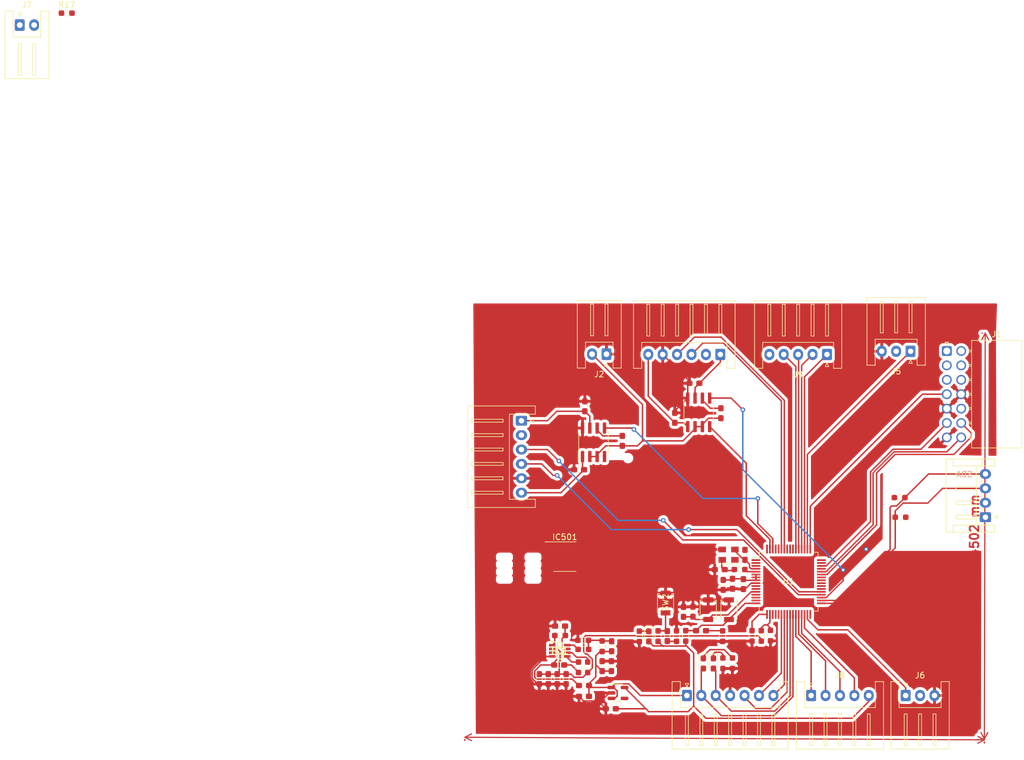
<source format=kicad_pcb>
(kicad_pcb (version 20221018) (generator pcbnew)
  (layers (0 "F.Cu" signal) (1 "In1.Cu" power) (2 "In2.Cu" signal) (31 "B.Cu" signal) (34 "B.Paste" user) (35 "F.Paste" user) (36 "B.SilkS" user "B.Silkscreen") (37 "F.SilkS" user "F.Silkscreen") (38 "B.Mask" user) (39 "F.Mask" user) (44 "Edge.Cuts" user))
  (net 0 "")
  (net 1 "GND")
  (net 2 "/STM32/Quartz 1")
  (net 3 "Net-(C2-Pad2)")
  (net 4 "NRST")
  (net 5 "+3.3V")
  (net 6 "Demarrage")
  (net 7 "Net-(C10-Pad2)")
  (net 8 "7.2V")
  (net 9 "Net-(C14-Pad1)")
  (net 10 "+5V")
  (net 11 "U1OUT1")
  (net 12 "U1OUT2")
  (net 13 "U2OUT1")
  (net 14 "U2OUT2")
  (net 15 "User")
  (net 16 "Net-(C26-Pad2)")
  (net 17 "Rx UART LID")
  (net 18 "Tx UART LID")
  (net 19 "SCL ACC")
  (net 20 "SDA ACC")
  (net 21 "SWDIO")
  (net 22 "SWCLK")
  (net 23 "UART2_RX")
  (net 24 "UART2_TX")
  (net 27 "M_SCTR")
  (net 28 "DEV_EN")
  (net 29 "M_EN")
  (net 30 "OUT_IR1")
  (net 31 "OUT_IR2")
  (net 32 "Buzzer_In")
  (net 33 "OUT_Contact4")
  (net 34 "OUT_Contact3")
  (net 35 "OUT_Contact2")
  (net 36 "OUT_Contact1")
  (net 37 "OUT_Contact8")
  (net 38 "OUT_Contact7")
  (net 39 "OUT_Contact6")
  (net 40 "OUT_Contact5")
  (net 41 "ENCODER1")
  (net 42 "ENCODER2")
  (net 43 "ENCODER3")
  (net 44 "ENCODER4")
  (net 45 "ADC1")
  (net 46 "ADC2")
  (net 47 "PWM4")
  (net 49 "PWM1")
  (net 50 "PWM2")
  (net 59 "PWM3")
  (net 70 "unconnected-(U1-PC11-Pad1)")
  (net 75 "Lidar_M_SCTR")
  (net 76 "Lidar_Mot_EN")
  (net 77 "/STM32/Quartz 2")
  (net 79 "/Moteur/Vref Driver")
  (net 80 "Net-(IC1-VCC)")
  (net 81 "Net-(IC1-SW)")
  (net 82 "Net-(C17-Pad1)")
  (net 84 "Net-(D1-K)")
  (net 85 "Net-(D2-K)")
  (net 86 "Net-(D3-K)")
  (net 87 "Net-(IC1-PG)")
  (net 88 "Net-(IC1-BST)")
  (net 89 "Net-(IC1-EN{slash}SYNC)")
  (net 90 "Net-(IC1-FB)")
  (net 91 "Net-(J7-Pin_1)")
  (footprint "Resistor_SMD:R_0603_1608Metric_Pad0.98x0.95mm_HandSolder" (layer "F.Cu") (at 100.75 111.2)
    (fp_text reference "R8" hide)
    (fp_text value "16k" hide)
  )
  (footprint "Resistor_SMD:R_0603_1608Metric_Pad0.98x0.95mm_HandSolder" (layer "F.Cu") (at 155.75 88.25)
    (fp_text reference "R13" hide)
    (fp_text value "1000" hide)
  )
  (footprint "Capacitor_SMD:C_0603_1608Metric_Pad1.08x0.95mm_HandSolder" (layer "F.Cu") (at 125 100 90)
    (fp_text reference "C6" hide)
    (fp_text value "4,7 µF" hide)
  )
  (footprint "Resistor_SMD:R_0603_1608Metric_Pad0.98x0.95mm_HandSolder" (layer "F.Cu") (at 155.6 84.85 180)
    (fp_text reference "R14" hide)
    (fp_text value "1000" hide)
  )
  (footprint "Capacitor_SMD:C_0603_1608Metric_Pad1.08x0.95mm_HandSolder" (layer "F.Cu") (at 105.5 121.5 180)
    (fp_text reference "C19" hide)
    (fp_text value "1uF/10V" hide)
  )
  (footprint "Capacitor_SMD:C_0603_1608Metric_Pad1.08x0.95mm_HandSolder" (layer "F.Cu") (at 120 65 180)
    (fp_text reference "C22" hide)
    (fp_text value "1µf" hide)
  )
  (footprint "Package_TO_SOT_SMD:SOT-23-5" (layer "F.Cu") (at 106.75 118.75)
    (fp_text reference "U2" hide)
    (fp_text value "MIC5317-3.3xM5" hide)
  )
  (footprint "Resistor_SMD:R_0603_1608Metric_Pad0.98x0.95mm_HandSolder" (layer "F.Cu") (at 100.7 109.6125 180)
    (fp_text reference "R9" hide)
    (fp_text value "7.68k" hide)
  )
  (footprint "Connector_JST:JST_XH_S2B-XH-A_1x02_P2.50mm_Horizontal" (layer "F.Cu") (at 104.75 59.95 180)
    (fp_text reference "J2")
    (fp_text value "Conn_01x02")
  )
  (footprint "Capacitor_SMD:C_0603_1608Metric_Pad1.08x0.95mm_HandSolder" (layer "F.Cu") (at 121.15 107.95)
    (fp_text reference "C10" hide)
    (fp_text value "100nF" hide)
  )
  (footprint "Connector_JST:JST_EH_S4B-EH_1x04_P2.50mm_Horizontal" (layer "F.Cu") (at 170.4825 88.25 90)
    (fp_text reference "J4" hide)
    (fp_text value "Conn_01x04")
  )
  (footprint "Connector_Molex:Molex_Nano-Fit_105314-xx14_2x07_P2.50mm_Horizontal" (layer "F.Cu") (at 163.785 59.4)
    (fp_text reference "J1")
    (fp_text value "Conn_02x07_Odd_Even" hide)
  )
  (footprint "Button_Switch_SMD:SW_SPST_B3U-1000P" (layer "F.Cu") (at 122.4 104.3 90)
    (fp_text reference "SW3" hide)
    (fp_text value "SW_Omron_B3FS" hide)
  )
  (footprint "Capacitor_SMD:C_0603_1608Metric_Pad1.08x0.95mm_HandSolder" (layer "F.Cu") (at 124.6 70.2 90)
    (fp_text reference "C27" hide)
    (fp_text value "100n" hide)
  )
  (footprint "Capacitor_SMD:C_0603_1608Metric_Pad1.08x0.95mm_HandSolder" (layer "F.Cu") (at 93.1 116.35 90)
    (fp_text reference "C23" hide)
    (fp_text value "1µf" hide)
  )
  (footprint "Capacitor_SMD:C_0603_1608Metric_Pad1.08x0.95mm_HandSolder" (layer "F.Cu") (at 96.2 116.35 -90)
    (fp_text reference "C11" hide)
    (fp_text value "22uF" hide)
  )
  (footprint "Capacitor_SMD:C_0603_1608Metric_Pad1.08x0.95mm_HandSolder" (layer "F.Cu") (at 101 69 90)
    (fp_text reference "C25" hide)
    (fp_text value "1µf" hide)
  )
  (footprint "Resistor_SMD:R_0603_1608Metric_Pad0.98x0.95mm_HandSolder" (layer "F.Cu") (at 104 110.65 -90)
    (fp_text reference "R10" hide)
    (fp_text value "40.2k" hide)
  )
  (footprint "LED_SMD:LED_0603_1608Metric_Pad1.05x0.95mm_HandSolder" (layer "F.Cu") (at 123.3 113.63125 -90)
    (fp_text reference "D2" hide)
    (fp_text value "LED_Small" hide)
  )
  (footprint "Resistor_SMD:R_0603_1608Metric_Pad0.98x0.95mm_HandSolder" (layer "F.Cu") (at 99.9 114.3 90)
    (fp_text reference "R7" hide)
    (fp_text value "20" hide)
  )
  (footprint "Resistor_SMD:R_0603_1608Metric_Pad0.98x0.95mm_HandSolder" (layer "F.Cu") (at 118.5 108.85 90)
    (fp_text reference "R4" hide)
    (fp_text value "4.7K" hide)
  )
  (footprint "Resistor_SMD:R_0603_1608Metric_Pad0.98x0.95mm_HandSolder" (layer "F.Cu") (at 124.95 113.6 -90)
    (fp_text reference "R11" hide)
    (fp_text value "1000" hide)
  )
  (footprint "Connector_JST:JST_XH_S7B-XH-A_1x07_P2.50mm_Horizontal" (layer "F.Cu") (at 118.7 119.2)
    (fp_text reference "J12" hide)
    (fp_text value "Conn_01x07")
  )
  (footprint "Resistor_SMD:R_0603_1608Metric_Pad0.98x0.95mm_HandSolder" (layer "F.Cu") (at 130 108.85 -90)
    (fp_text reference "R15" hide)
    (fp_text value "0.5" hide)
  )
  (footprint "Capacitor_SMD:C_0603_1608Metric_Pad1.08x0.95mm_HandSolder" (layer "F.Cu") (at 126.6 99.8 90)
    (fp_text reference "C5" hide)
    (fp_text value "100 nF" hide)
  )
  (footprint "Resistor_SMD:R_0603_1608Metric_Pad0.98x0.95mm_HandSolder" (layer "F.Cu") (at 127.84 97.33 180)
    (fp_text reference "R1" hide)
    (fp_text value "10R" hide)
  )
  (footprint "Connector_JST:JST_XH_S5B-XH-A_1x05_P2.50mm_Horizontal" (layer "F.Cu") (at 143 60 180)
    (fp_text reference "J9")
    (fp_text value "Conn_01x05")
  )
  (footprint "Capacitor_SMD:C_0603_1608Metric_Pad1.08x0.95mm_HandSolder" (layer "F.Cu") (at 128.77 94.78 -90)
    (fp_text reference "C1" hide)
    (fp_text value "10pF" hide)
  )
  (footprint "Resistor_SMD:R_0603_1608Metric_Pad0.98x0.95mm_HandSolder" (layer "F.Cu") (at 110.45 108.9375 -90)
    (fp_text reference "R2" hide)
    (fp_text value "1k" hide)
  )
  (footprint "Resistor_SMD:R_0603_1608Metric_Pad0.98x0.95mm_HandSolder" (layer "F.Cu") (at 96.7 108.7875 180)
    (fp_text reference "R6" hide)
    (fp_text value "100k" hide)
  )
  (footprint "Capacitor_SMD:C_0603_1608Metric_Pad1.08x0.95mm_HandSolder" (layer "F.Cu") (at 105.65 110.65 -90)
    (fp_text reference "C17" hide)
    (fp_text value "15pF" hide)
  )
  (footprint "Button_Switch_SMD:SW_SPST_B3U-1000P" (layer "F.Cu") (at 115 103.15 -90)
    (fp_text reference "SW2")
    (fp_text value "SW_Omron_B3FS" hide)
  )
  (footprint "Connector_JST:JST_XH_S6B-XH-A_1x06_P2.50mm_Horizontal" (layer "F.Cu") (at 90 71.5 -90)
    (fp_text reference "J11" hide)
    (fp_text value "Conn_01x06")
  )
  (footprint "Resistor_SMD:R_0603_1608Metric_Pad0.98x0.95mm_HandSolder" (layer "F.Cu") (at 133.2 108.8 -90)
    (fp_text reference "R20" hide)
    (fp_text value "0.5" hide)
  )
  (footprint "Capacitor_SMD:C_0603_1608Metric_Pad1.08x0.95mm_HandSolder" (layer "F.Cu") (at 96.55 113.9 180)
    (fp_text reference "C14" hide)
    (fp_text value "0.1uF" hide)
  )
  (footprint "LED_SMD:LED_0603_1608Metric_Pad1.05x0.95mm_HandSolder" (layer "F.Cu") (at 121.55 113.6375 -90)
    (fp_text reference "D3" hide)
    (fp_text value "LED_Small" hide)
  )
  (footprint "Resistor_SMD:R_0603_1608Metric_Pad0.98x0.95mm_HandSolder" (layer "F.Cu") (at 113.7 108.8875 90)
    (fp_text reference "R19" hide)
    (fp_text value "4.7K" hide)
  )
  (footprint "Capacitor_SMD:C_0603_1608Metric_Pad1.08x0.95mm_HandSolder" (layer "F.Cu") (at 119.75 104.65 -90)
    (fp_text reference "C3" hide)
    (fp_text value "1 µF" hide)
  )
  (footprint "Capacitor_SMD:C_0603_1608Metric_Pad1.08x0.95mm_HandSolder" (layer "F.Cu") (at 128.5 99.8625 90)
    (fp_text reference "C4" hide)
    (fp_text value "100 nF" hide)
  )
  (footprint "Connector_JST:JST_XH_S5B-XH-A_1x05_P2.50mm_Horizontal" (layer "F.Cu") (at 140.25 119.2)
    (fp_text reference "J8")
    (fp_text value "Conn_01x05")
  )
  (footprint "Resistor_SMD:R_0603_1608Metric_Pad0.98x0.95mm_HandSolder" (layer "F.Cu") (at 126.6 113.6 -90)
    (fp_text reference "R12" hide)
    (fp_text value "1000" hide)
  )
  (footprint "Capacitor_SMD:C_0603_1608Metric_Pad1.08x0.95mm_HandSolder" (layer "F.Cu") (at 100.85 119.35 180)
    (fp_text reference "C18" hide)
    (fp_text value "1uF/10V" hide)
  )
  (footprint "Capacitor_SMD:C_0603_1608Metric_Pad1.08x0.95mm_HandSolder" (layer "F.Cu") (at 100 80)
    (fp_text reference "C24" hide)
    (fp_text value "1µf" hide)
  )
  (footprint "Capacitor_SMD:C_0603_1608Metric_Pad1.08x0.95mm_HandSolder" (layer "F.Cu") (at 94.65 116.35 90)
    (fp_text reference "C20" hide)
    (fp_text value "1µf" hide)
  )
  (footprint "Package_SO:SOIC-8_3.9x4.9mm_P1.27mm" (layer "F.Cu") (at 102.5 75.25 90)
    (fp_text reference "U4" hide)
    (fp_text value "ZXBM5210-S" hide)
  )
  (footprint "Crystal:Crystal_SMD_EuroQuartz_MT-4Pin_3.2x2.5mm" (layer "F.Cu") (at 125.93 94.75)
    (fp_text reference "Y1" hide)
    (fp_text value "16MHz" hide)
  )
  (footprint "Capacitor_SMD:C_0603_1608Metric_Pad1.08x0.95mm_HandSolder" (layer "F.Cu") (at 105.6 114.1 90)
    (fp_text reference "C16" hide)
    (fp_text value "22uF" hide)
  )
  (footprint "Connector_JST:JST_XH_S3B-XH-A_1x03_P2.50mm_Horizontal" (layer "F.Cu") (at 156.65 119.2)
    (fp_text reference "J6")
    (fp_text value "Conn_01x03")
  )
  (footprint "Package_SO:SOIC-8_3.9x4.9mm_P1.27mm" (layer "F.Cu") (at 97.525 95.095)
    (fp_text reference "IC501")
    (fp_text value "ACS711KLCTR-12AB-T")
  )
  (footprint "Capacitor_SMD:C_0603_1608Metric_Pad1.08x0.95mm_HandSolder" (layer "F.Cu") (at 116.6 71 -90)
    (fp_text reference "C21" hide)
    (fp_text value "1µf" hide)
  )
  (footprint "Resistor_SMD:R_0603_1608Metric_Pad0.98x0.95mm_HandSolder" (layer "F.Cu") (at 124.9 108.9 -90)
    (fp_text reference "R3" hide)
    (fp_text value "100" hide)
  )
  (footprint "Capacitor_SMD:C_0603_1608Metric_Pad1.08x0.95mm_HandSolder" (layer "F.Cu") (at 118.11 104.68 -90)
    (fp_text reference "C9" hide)
    (fp_text value "100nF" hide)
  )
  (footprint "Capacitor_SMD:C_0603_1608Metric_Pad1.08x0.95mm_HandSolder" (layer "F.Cu") (at 115.3 108.8875 -90)
    (fp_text reference "C26" hide)
    (fp_text value "100nF" hide)
  )
  (footprint "LED_SMD:LED_0603_1608Metric_Pad1.05x0.95mm_HandSolder" (layer "F.Cu") (at 112.1 108.9375 -90)
    (fp_text reference "D1" hide)
    (fp_text value "GREEN" hide)
  )
  (footprint "Capacitor_SMD:C_0603_1608Metric_Pad1.08x0.95mm_HandSolder" (layer "F.Cu") (at 96.7 107.15 180)
    (fp_text reference "C13" hide)
    (fp_text value "0.1uF" hide)
  )
  (footprint "Connector_JST:JST_XH_S2B-XH-A_1x02_P2.50mm_Horizontal" (layer "F.Cu") (at 2.975 2.825)
    (fp_text reference "J7")
    (fp_text value "Conn_01x02")
  )
  (footprint "Capacitor_SMD:C_0603_1608Metric_Pad1.08x0.95mm_HandSolder" (layer "F.Cu") (at 104 114.1 90)
    (fp_text reference "C15" hide)
    (fp_text value "22uF" hide)
  )
  (footprint "Capacitor_SMD:C_0603_1608Metric_Pad1.08x0.95mm_HandSolder" (layer "F.Cu") (at 107.5 75 90)
    (fp_text reference "C28" hide)
    (fp_text value "100n" hide)
  )
  (footprint "Resistor_SMD:R_0603_1608Metric_Pad0.98x0.95mm_HandSolder" (layer "F.Cu") (at 116.9 108.8875 90)
    (fp_text reference "R18" hide)
    (fp_text value "100" hide)
  )
  (footprint "Resistor_SMD:R_0603_1608Metric_Pad0.98x0.95mm_HandSolder" (layer "F.Cu") (at 131.6 108.85 90)
    (fp_text reference "R16" hide)
    (fp_text value "0.5" hide)
  )
  (footprint "Connector_JST:JST_XH_S3B-XH-A_1x03_P2.50mm_Horizontal" (layer "F.Cu") (at 157.5 59.45 180)
    (fp_text reference "J5")
    (fp_text value "Conn_01x03")
  )
  (footprint "Resistor_SMD:R_0603_1608Metric_Pad0.98x0.95mm_HandSolder" (layer "F.Cu") (at 11.125 0.755)
    (fp_text reference "R17")
    (fp_text value "100")
  )
  (footprint "Inductor_SMD:L_0603_1608Metric_Pad1.05x0.95mm_HandSolder" (layer "F.Cu") (at 100.85 117.4625)
    (fp_text reference "L2" hide)
    (fp_text value "4.7uH" hide)
  )
  (footprint "Package_SO:SOIC-8_3.9x4.9mm_P1.27mm" (layer "F.Cu") (at 120.75 70.05 90)
    (fp_text reference "U3" hide)
    (fp_text value "ZXBM5210-S" hide)
  )
  (footprint "Capacitor_SMD:C_0603_1608Metric_Pad1.08x0.95mm_HandSolder" (layer "F.Cu") (at 124.4 97.34)
    (fp_text reference "C2" hide)
    (fp_text value "10pF" hide)
  )
  (footprint "KiCad:SOT65P280X100-8N" (layer "F.Cu") (at 96.65 111.4375)
    (fp_text reference "IC1")
    (fp_text value "MP1475" hide)
  )
  (footprint "Connector_JST:JST_XH_S6B-XH-A_1x06_P2.50mm_Horizontal" (layer "F.Cu") (at 124.5 60 180)
    (fp_text reference "J10" hide)
    (fp_text value "Conn_01x06")
  )
  (footprint "Capacitor_SMD:C_0603_1608Metric_Pad1.08x0.95mm_HandSolder" (layer "F.Cu") (at 97.75 116.35 -90)
    (fp_text reference "C12" hide)
    (fp_text value "22uF" hide)
  )
  (footprint "Package_QFP:LQFP-64_10x10mm_P0.5mm" (layer "F.Cu") (at 136.35 99.45)
    (fp_text reference "U1")
    (fp_text value "STM32G070RBTx" hide)
  )
  (footprint "Resistor_SMD:R_0603_1608Metric_Pad0.98x0.95mm_HandSolder" (layer "F.Cu") (at 101.5 114.3 90)
    (fp_text reference "R5" hide)
    (fp_text value "1OOk" hide)
  )
  (footprint "Button_Switch_SMD:SW_SPST_B3U-1000P" (layer "F.Cu") (at 126 104.3 -90)
    (fp_text reference "SW1" hide)
    (fp_text value "SW_DIP_x01" hide)
  )
  (gr_text "SDA" (at 168.35 81.4) (layer "B.SilkS") (effects (font (size 1 1)) (justify left bottom mirror)))
  (dimension (type aligned) (layer "F.Cu") (pts (xy 170.3 126.75) (xy 170.45 56.3)) (height 0) (gr_text "2,7736 in" (at 168.575004 91.521168 89.87800775) (layer "F.Cu") (effects (font (size 1.5 1.5) (thickness 0.3)))) (format (prefix "") (suffix "") (units 3) (units_format 1) (precision 4)) (style (thickness 0.2) (arrow_length 1.27) (text_position_mode 0) (extension_height 0.58642) (extension_offset 0.5) keep_text_aligned))
  (dimension (type aligned) (layer "F.Cu") (pts (xy 80.2 126.3) (xy 170.3 126.75)) (height 0.142339) (gr_text "3,5473 in" (at 125.258279 124.867359 359.7138414) (layer "F.Cu") (effects (font (size 1.5 1.5) (thickness 0.3)))) (format (prefix "") (suffix "") (units 3) (units_format 1) (precision 4)) (style (thickness 0.2) (arrow_length 1.27) (text_position_mode 0) (extension_height 0.58642) (extension_offset 0.5) keep_text_aligned))
  (segment (start 119.1375 64.6375) (end 119.1375 65) (width 0.25) (layer "F.Cu") (net 1))
  (segment (start 128.809315 100.725) (end 128.5 100.725) (width 0.25) (layer "F.Cu") (net 1))
  (segment (start 129.834315 99.7) (end 128.809315 100.725) (width 0.25) (layer "F.Cu") (net 1))
  (segment (start 105.6125 118.75) (end 105.228249 118.75) (width 0.25) (layer "F.Cu") (net 1))
  (segment (start 103.828249 120.690749) (end 103.828249 120.15) (width 0.25) (layer "F.Cu") (net 1))
  (segment (start 126.6625 100.725) (end 126.6 100.6625) (width 0.25) (layer "F.Cu") (net 1))
  (segment (start 116.6 69.82) (end 116.6 70.1375) (width 0.25) (layer "F.Cu") (net 1))
  (segment (start 125 100.8625) (end 126.4 100.8625) (width 0.25) (layer "F.Cu") (net 1))
  (segment (start 91.85 116.206891) (end 91.85 114.763604) (width 0.25) (layer "F.Cu") (net 1))
  (segment (start 94.201104 112.4125) (end 95.35 112.4125) (width 0.25) (layer "F.Cu") (net 1))
  (segment (start 97.75 117.2125) (end 97.85 117.2125) (width 0.25) (layer "F.Cu") (net 1))
  (segment (start 118.845 67.575) (end 116.6 69.82) (width 0.25) (layer "F.Cu") (net 1))
  (segment (start 130.675 99.7) (end 129.834315 99.7) (width 0.25) (layer "F.Cu") (net 1))
  (segment (start 100.7875 120.15) (end 99.9875 119.35) (width 0.25) (layer "F.Cu") (net 1))
  (segment (start 105.228249 118.75) (end 103.828249 120.15) (width 0.25) (layer "F.Cu") (net 1))
  (segment (start 114.5 60) (end 119.1375 64.6375) (width 0.25) (layer "F.Cu") (net 1))
  (segment (start 128.5 100.725) (end 126.6625 100.725) (width 0.25) (layer "F.Cu") (net 1))
  (segment (start 93.1 117.2125) (end 92.855609 117.2125) (width 0.25) (layer "F.Cu") (net 1))
  (segment (start 92.855609 117.2125) (end 91.85 116.206891) (width 0.25) (layer "F.Cu") (net 1))
  (segment (start 118.845 65.2925) (end 119.1375 65) (width 0.25) (layer "F.Cu") (net 1))
  (segment (start 126.4 100.8625) (end 126.6 100.6625) (width 0.25) (layer "F.Cu") (net 1))
  (segment (start 91.85 114.763604) (end 94.201104 112.4125) (width 0.25) (layer "F.Cu") (net 1))
  (segment (start 103.828249 120.15) (end 100.7875 120.15) (width 0.25) (layer "F.Cu") (net 1))
  (segment (start 118.845 67.575) (end 118.845 65.2925) (width 0.25) (layer "F.Cu") (net 1))
  (segment (start 104.6375 121.5) (end 103.828249 120.690749) (width 0.25) (layer "F.Cu") (net 1))
  (via (at 149.8 93.8) (size 0.8) (drill 0.4) (layers "F.Cu" "B.Cu") (net 1))
  (segment (start 129.565 96.930685) (end 129.565 96.4375) (width 0.25) (layer "F.Cu") (net 2))
  (segment (start 128.74 96.105685) (end 128.74 95.89) (width 0.25) (layer "F.Cu") (net 2))
  (segment (start 129.565 96.4375) (end 128.77 95.6425) (width 0.25) (layer "F.Cu") (net 2))
  (segment (start 130.675 97.2) (end 129.834315 97.2) (width 0.25) (layer "F.Cu") (net 2))
  (segment (start 128.74 95.83) (end 126.95 94.04) (width 0.25) (layer "F.Cu") (net 2))
  (segment (start 129.834315 97.2) (end 129.565 96.930685) (width 0.25) (layer "F.Cu") (net 2))
  (segment (start 128.74 95.89) (end 128.74 95.83) (width 0.25) (layer "F.Cu") (net 2))
  (segment (start 125.2525 97.51) (end 125.2425 97.5) (width 0.25) (layer "F.Cu") (net 3))
  (segment (start 126.9175 97.51) (end 125.2525 97.51) (width 0.25) (layer "F.Cu") (net 3))
  (segment (start 124.75 97.0075) (end 125.2425 97.5) (width 0.25) (layer "F.Cu") (net 3))
  (segment (start 124.75 95.84) (end 124.75 97.0075) (width 0.25) (layer "F.Cu") (net 3))
  (segment (start 120.2375 106) (end 119.75 105.5125) (width 0.25) (layer "F.Cu") (net 4))
  (segment (start 130.675 101.2) (end 129.834314 101.2) (width 0.25) (layer "F.Cu") (net 4))
  (segment (start 118.11 105.5425) (end 119.72 105.5425) (width 0.25) (layer "F.Cu") (net 4))
  (segment (start 129.834314 101.2) (end 125.809314 105.225) (width 0.25) (layer "F.Cu") (net 4))
  (segment (start 119.72 105.5425) (end 119.75 105.5125) (width 0.25) (layer "F.Cu") (net 4))
  (segment (start 122.4 106) (end 120.2375 106) (width 0.25) (layer "F.Cu") (net 4))
  (segment (start 123.175 105.225) (end 122.4 106) (width 0.25) (layer "F.Cu") (net 4))
  (segment (start 125.809314 105.225) (end 123.175 105.225) (width 0.25) (layer "F.Cu") (net 4))
  (segment (start 130.675 99.2) (end 130.675 98.7) (width 0.25) (layer "F.Cu") (net 5))
  (segment (start 122 123.15) (end 119.875 121.025) (width 0.25) (layer "F.Cu") (net 5))
  (segment (start 118.5 110.4625) (end 118.65 110.6125) (width 0.25) (layer "F.Cu") (net 5))
  (segment (start 163.785 64.4) (end 163.85 64.4) (width 0.25) (layer "F.Cu") (net 5))
  (segment (start 109.79375 119.70625) (end 111.59375 121.50625) (width 0.25) (layer "F.Cu") (net 5))
  (segment (start 126.6 98.9375) (end 128.4375 98.9375) (width 0.25) (layer "F.Cu") (net 5))
  (segment (start 147.35 123.15) (end 122 123.15) (width 0.25) (layer "F.Cu") (net 5))
  (segment (start 114.5125 110.6125) (end 114.65 110.6125) (width 0.25) (layer "F.Cu") (net 5))
  (segment (start 150.25 120.25) (end 147.35 123.15) (width 0.25) (layer "F.Cu") (net 5))
  (segment (start 128.7 99.2) (end 128.5 99) (width 0.25) (layer "F.Cu") (net 5))
  (segment (start 107.8875 117.8) (end 109.79375 119.70625) (width 0.25) (layer "F.Cu") (net 5))
  (segment (start 159.15 119.55) (end 159.15 119.2) (width 0.25) (layer "F.Cu") (net 5))
  (segment (start 128.4375 98.9375) (end 128.5 99) (width 0.25) (layer "F.Cu") (net 5))
  (segment (start 114.65 110.6125) (end 118.1 110.6125) (width 0.25) (layer "F.Cu") (net 5))
  (segment (start 163.85 64.4) (end 163.95 64.3) (width 0.25) (layer "F.Cu") (net 5))
  (segment (start 106.3625 121.5) (end 111.5875 121.5) (width 0.25) (layer "F.Cu") (net 5))
  (segment (start 112.0875 122) (end 118.9 122) (width 0.25) (layer "F.Cu") (net 5))
  (segment (start 119.875 111.8375) (end 118.65 110.6125) (width 0.25) (layer "F.Cu") (net 5))
  (segment (start 118.5 109.7625) (end 118.5 110.4625) (width 0.25) (layer "F.Cu") (net 5))
  (segment (start 119.875 121.025) (end 119.875 111.8375) (width 0.25) (layer "F.Cu") (net 5))
  (segment (start 111.5875 121.5) (end 111.59375 121.50625) (width 0.25) (layer "F.Cu") (net 5))
  (segment (start 150.25 119.2) (end 150.25 120.25) (width 0.25) (layer "F.Cu") (net 5))
  (segment (start 113.7 109.8) (end 114.5125 110.6125) (width 0.25) (layer "F.Cu") (net 5))
  (segment (start 126.4 99.1375) (end 126.6 98.9375) (width 0.25) (layer "F.Cu") (net 5))
  (segment (start 125 99.1375) (end 126.4 99.1375) (width 0.25) (layer "F.Cu") (net 5))
  (segment (start 111.59375 121.50625) (end 112.0875 122) (width 0.25) (layer "F.Cu") (net 5))
  (segment (start 130.675 99.2) (end 128.7 99.2) (width 0.25) (layer "F.Cu") (net 5))
  (segment (start 118.9 122) (end 119.875 121.025) (width 0.25) (layer "F.Cu") (net 5))
  (segment (start 130.675 98.7) (end 130.675 98.2) (width 0.25) (layer "F.Cu") (net 5))
  (segment (start 114.5 110.6) (end 114.5125 110.6125) (width 0.25) (layer "F.Cu") (net 5))
  (segment (start 118.1 110.6125) (end 118.65 110.6125) (width 0.25) (layer "F.Cu") (net 5))
  (segment (start 112.8875 110.6) (end 114.5 110.6) (width 0.25) (layer "F.Cu") (net 5))
  (segment (start 112.1 109.8125) (end 112.8875 110.6) (width 0.25) (layer "F.Cu") (net 5))
  (segment (start 121.2375 107) (end 120.2875 107.95) (width 0.25) (layer "F.Cu") (net 6))
  (segment (start 118.5 107.9375) (end 120.275 107.9375) (width 0.25) (layer "F.Cu") (net 6))
  (segment (start 120.275 107.9375) (end 120.2875 107.95) (width 0.25) (layer "F.Cu") (net 6))
  (segment (start 125 107) (end 121.2375 107) (width 0.25) (layer "F.Cu") (net 6))
  (segment (start 128.8 103.2) (end 126 106) (width 0.25) (layer "F.Cu") (net 6))
  (segment (start 126 106) (end 125 107) (width 0.25) (layer "F.Cu") (net 6))
  (segment (start 130.675 103.2) (end 128.8 103.2) (width 0.25) (layer "F.Cu") (net 6))
  (segment (start 122.0125 107.95) (end 124.8625 107.95) (width 0.25) (layer "F.Cu") (net 7))
  (segment (start 124.8625 107.95) (end 124.9 107.9875) (width 0.25) (layer "F.Cu") (net 7))
  (segment (start 120.115 72.901751) (end 118.016751 75) (width 0.25) (layer "F.Cu") (net 8))
  (segment (start 111 68.7) (end 102.25 59.95) (width 0.25) (layer "F.Cu") (net 8))
  (segment (start 96.2 115.4875) (end 97.75 115.4875) (width 0.25) (layer "F.Cu") (net 8))
  (segment (start 101.4 112) (end 102.3 112.9) (width 0.25) (layer "F.Cu") (net 8))
  (segment (start 111 75) (end 111 68.7) (width 0.25) (layer "F.Cu") (net 8))
  (segment (start 96.2625 111.1125) (end 96.7 111.55) (width 0.25) (layer "F.Cu") (net 8))
  (segment (start 118.016751 75) (end 111 75) (width 0.25) (layer "F.Cu") (net 8))
  (segment (start 121.385 72.525) (end 120.115 72.525) (width 0.25) (layer "F.Cu") (net 8))
  (segment (start 97.75 115.4875) (end 98.5875 115.4875) (width 0.25) (layer "F.Cu") (net 8))
  (segment (start 98.5875 115.4875) (end 99.125 116.025) (width 0.25) (layer "F.Cu") (net 8))
  (segment (start 121.385 72.525) (end 121.385 72.148249) (width 0.25) (layer "F.Cu") (net 8))
  (segment (start 99.125 116.025) (end 100.6875 116.025) (width 0.25) (layer "F.Cu") (net 8))
  (segment (start 120.115 72.525) (end 120.115 72.901751) (width 0.25) (layer "F.Cu") (net 8))
  (segment (start 96.7 113.2) (end 96.55 113.35) (width 0.25) (layer "F.Cu") (net 8))
  (segment (start 100.6875 116.025) (end 101.5 115.2125) (width 0.25) (layer "F.Cu") (net 8))
  (segment (start 118.45 108.85) (end 118.4125 108.8875) (width 0.25) (layer "F.Cu") (net 8))
  (segment (start 103.135 77.348249) (end 103.135 77.725) (width 0.25) (layer "F.Cu") (net 8))
  (segment (start 104.620749 75.8625) (end 103.135 77.348249) (width 0.25) (layer "F.Cu") (net 8))
  (segment (start 102.3 114.4125) (end 101.5 115.2125) (width 0.25) (layer "F.Cu") (net 8))
  (segment (start 94.65 115.4875) (end 96.2 115.4875) (width 0.25) (layer "F.Cu") (net 8))
  (segment (start 100.8 109.142005) (end 100.8 111.65) (width 0.25) (layer "F.Cu") (net 8))
  (segment (start 93.1 115.4875) (end 94.65 115.4875) (width 0.25) (layer "F.Cu") (net 8))
  (segment (start 114.804505 108.9125) (end 109.9625 108.9125) (width 0.25) (layer "F.Cu") (net 8))
  (segment (start 118.4125 108.8875) (end 114.829505 108.8875) (width 0.25) (layer "F.Cu") (net 8))
  (segment (start 101.15 112) (end 101.4 112) (width 0.25) (layer "F.Cu") (net 8))
  (segment (start 122.470749 71.0625) (end 124.6 71.0625) (width 0.25) (layer "F.Cu") (net 8))
  (segment (start 101.129505 108.8125) (end 100.8 109.142005) (width 0.25) (layer "F.Cu") (net 8))
  (segment (start 131.6 109.7625) (end 131.6 109.4) (width 0.25) (layer "F.Cu") (net 8))
  (segment (start 107.5 75.8625) (end 104.620749 75.8625) (width 0.25) (layer "F.Cu") (net 8))
  (segment (start 109.9625 108.9125) (end 109.8625 108.8125) (width 0.25) (layer "F.Cu") (net 8))
  (segment (start 107.5 75.8625) (end 110.1375 75.8625) (width 0.25) (layer "F.Cu") (net 8))
  (segment (start 103.135 77.725) (end 101.865 77.725) (width 0.25) (layer "F.Cu") (net 8))
  (segment (start 131.05 108.85) (end 118.45 108.85) (width 0.25) (layer "F.Cu") (net 8))
  (segment (start 96.7 111.55) (end 96.7 113.2) (width 0.25) (layer "F.Cu") (net 8))
  (segment (start 109.8625 108.8125) (end 101.129505 108.8125) (width 0.25) (layer "F.Cu") (net 8))
  (segment (start 96.55 115.1375) (end 96.2 115.4875) (width 0.25) (layer "F.Cu") (net 8))
  (segment (start 121.385 72.148249) (end 122.470749 71.0625) (width 0.25) (layer "F.Cu") (net 8))
  (segment (start 100.8 111.65) (end 101.15 112) (width 0.25) (layer "F.Cu") (net 8))
  (segment (start 96.55 113.35) (end 96.55 115.1375) (width 0.25) (layer "F.Cu") (net 8))
  (segment (start 131.6 109.4) (end 131.05 108.85) (width 0.25) (layer "F.Cu") (net 8))
  (segment (start 95.35 111.1125) (end 96.2625 111.1125) (width 0.25) (layer "F.Cu") (net 8))
  (segment (start 114.829505 108.8875) (end 114.804505 108.9125) (width 0.25) (layer "F.Cu") (net 8))
  (segment (start 110.1375 75.8625) (end 111 75) (width 0.25) (layer "F.Cu") (net 8))
  (segment (start 102.3 112.9) (end 102.3 114.4125) (width 0.25) (layer "F.Cu") (net 8))
  (segment (start 98.65 113.9) (end 99.9 115.15) (width 0.25) (layer "F.Cu") (net 9))
  (segment (start 97.4125 113.9) (end 98.65 113.9) (width 0.25) (layer "F.Cu") (net 9))
  (segment (start 99.9 115.15) (end 99.9 115.2125) (width 0.25) (layer "F.Cu") (net 9))
  (segment (start 105.6125 117.8) (end 102.0625 117.8) (width 0.25) (layer "F.Cu") (net 10))
  (segment (start 105.6 111.5625) (end 105.65 111.5125) (width 0.25) (layer "F.Cu") (net 10))
  (segment (start 104 111.5625) (end 105.6 111.5625) (width 0.25) (layer "F.Cu") (net 10))
  (segment (start 104 111.5625) (end 103.642005 111.5625) (width 0.25) (layer "F.Cu") (net 10))
  (segment (start 101.7125 117.475) (end 101.725 117.4625) (width 0.25) (layer "F.Cu") (net 10))
  (segment (start 101.725 117.125) (end 102.9 115.95) (width 0.25) (layer "F.Cu") (net 10))
  (segment (start 101.725 117.4625) (end 101.725 117.125) (width 0.25) (layer "F.Cu") (net 10))
  (segment (start 102.9 112.304505) (end 102.9 113.8625) (width 0.25) (layer "F.Cu") (net 10))
  (segment (start 106.6 119.3) (end 106.2 119.7) (width 0.25) (layer "F.Cu") (net 10))
  (segment (start 102.0625 117.8) (end 101.725 117.4625) (width 0.25) (layer "F.Cu") (net 10))
  (segment (start 108.596751 117.175) (end 106.2375 117.175) (width 0.25) (layer "F.Cu") (net 10))
  (segment (start 101.7125 119.35) (end 101.7125 117.475) (width 0.25) (layer "F.Cu") (net 10))
  (segment (start 102.9 113.8625) (end 104 114.9625) (width 0.25) (layer "F.Cu") (net 10))
  (segment (start 105.996751 117.8) (end 106.6 118.403249) (width 0.25) (layer "F.Cu") (net 10))
  (segment (start 106.2375 117.175) (end 105.6125 117.8) (width 0.25) (layer "F.Cu") (net 10))
  (segment (start 103.642005 111.5625) (end 102.9 112.304505) (width 0.25) (layer "F.Cu") (net 10))
  (segment (start 106.2 119.7) (end 105.6125 119.7) (width 0.25) (layer "F.Cu") (net 10))
  (segment (start 106.6 118.403249) (end 106.6 119.3) (width 0.25) (layer "F.Cu") (net 10))
  (segment (start 118.7 119.2) (end 110.621751 119.2) (width 0.25) (layer "F.Cu") (net 10))
  (segment (start 105.6125 117.8) (end 105.996751 117.8) (width 0.25) (layer "F.Cu") (net 10))
  (segment (start 110.621751 119.2) (end 108.596751 117.175) (width 0.25) (layer "F.Cu") (net 10))
  (segment (start 102.9 115.95) (end 102.9 113.8625) (width 0.25) (layer "F.Cu") (net 10))
  (segment (start 104 114.9625) (end 105.6 114.9625) (width 0.25) (layer "F.Cu") (net 10))
  (segment (start 118.1825 71.8625) (end 116.6 71.8625) (width 0.25) (layer "F.Cu") (net 11))
  (segment (start 118.845 72.525) (end 118.1825 71.8625) (width 0.25) (layer "F.Cu") (net 11))
  (segment (start 112 67.2625) (end 112 60) (width 0.25) (layer "F.Cu") (net 11))
  (segment (start 116.6 71.8625) (end 112 67.2625) (width 0.25) (layer "F.Cu") (net 11))
  (segment (start 124.5 61.3625) (end 120.8625 65) (width 0.25) (layer "F.Cu") (net 12))
  (segment (start 124.5 60) (end 124.5 61.3625) (width 0.25) (layer "F.Cu") (net 12))
  (segment (start 120.115 67.575) (end 120.115 65.7475) (width 0.25) (layer "F.Cu") (net 12))
  (segment (start 120.115 65.7475) (end 120.8625 65) (width 0.25) (layer "F.Cu") (net 12))
  (segment (start 96.8625 84) (end 90 84) (width 0.25) (layer "F.Cu") (net 13))
  (segment (start 100.595 79.7325) (end 100.8625 80) (width 0.25) (layer "F.Cu") (net 13))
  (segment (start 100.8625 80) (end 96.8625 84) (width 0.25) (layer "F.Cu") (net 13))
  (segment (start 100.595 77.725) (end 100.595 79.7325) (width 0.25) (layer "F.Cu") (net 13))
  (segment (start 96.1375 69.8625) (end 94.5 71.5) (width 0.25) (layer "F.Cu") (net 14))
  (segment (start 94.5 71.5) (end 90 71.5) (width 0.25) (layer "F.Cu") (net 14))
  (segment (start 101.865 70.7275) (end 101 69.8625) (width 0.25) (layer "F.Cu") (net 14))
  (segment (start 101.865 72.775) (end 101.865 70.7275) (width 0.25) (layer "F.Cu") (net 14))
  (segment (start 101 69.8625) (end 96.1375 69.8625) (width 0.25) (layer "F.Cu") (net 14))
  (segment (start 115 104.85) (end 115 107.725) (width 0.25) (layer "F.Cu") (net 15))
  (segment (start 115.25 107.975) (end 115.3 108.025) (width 0.25) (layer "F.Cu") (net 15))
  (segment (start 115 107.725) (end 115.3 108.025) (width 0.25) (layer "F.Cu") (net 15))
  (segment (start 113.7 107.975) (end 115.25 107.975) (width 0.25) (layer "F.Cu") (net 15))
  (segment (start 116.9 109.8) (end 115.35 109.8) (width 0.25) (layer "F.Cu") (net 16))
  (segment (start 115.35 109.8) (end 115.3 109.75) (width 0.25) (layer "F.Cu") (net 16))
  (segment (start 123.7 114.90625) (end 123.3 114.50625) (width 0.25) (layer "F.Cu") (net 17))
  (segment (start 133.95 121.9) (end 136.6 119.25) (width 0.25) (layer "F.Cu") (net 17))
  (segment (start 126.4 121.9) (end 133.95 121.9) (width 0.25) (layer "F.Cu") (net 17))
  (segment (start 123.7 119.2) (end 126.4 121.9) (width 0.25) (layer "F.Cu") (net 17))
  (segment (start 123.7 119.2) (end 123.7 114.90625) (width 0.25) (layer "F.Cu") (net 17))
  (segment (start 136.6 119.25) (end 136.6 105.125) (width 0.25) (layer "F.Cu") (net 17))
  (segment (start 124.7 122.7) (end 121.2 119.2) (width 0.25) (layer "F.Cu") (net 18))
  (segment (start 133.786396 122.7) (end 124.7 122.7) (width 0.25) (layer "F.Cu") (net 18))
  (segment (start 121.2 114.8625) (end 121.2 119.2) (width 0.25) (layer "F.Cu") (net 18))
  (segment (start 137.1 119.386396) (end 133.786396 122.7) (width 0.25) (layer "F.Cu") (net 18))
  (segment (start 121.55 114.5125) (end 121.2 114.8625) (width 0.25) (layer "F.Cu") (net 18))
  (segment (start 137.1 105.125) (end 137.1 119.386396) (width 0.25) (layer "F.Cu") (net 18))
  (segment (start 145.2 103.2) (end 142.025 103.2) (width 0.25) (layer "F.Cu") (net 19))
  (segment (start 154.8375 88.25) (end 154.8375 93.5625) (width 0.25) (layer "F.Cu") (net 19))
  (segment (start 154.8375 87.161396) (end 154.8375 88.25) (width 0.25) (layer "F.Cu") (net 19))
  (segment (start 154.8375 93.5625) (end 145.2 103.2) (width 0.25) (layer "F.Cu") (net 19))
  (segment (start 163.0375 83.25) (end 160.4875 85.8) (width 0.25) (layer "F.Cu") (net 19))
  (segment (start 156.198896 85.8) (end 154.8375 87.161396) (width 0.25) (layer "F.Cu") (net 19))
  (segment (start 170.4825 83.25) (end 163.0375 83.25) (width 0.25) (layer "F.Cu") (net 19))
  (segment (start 160.4875 85.8) (end 156.198896 85.8) (width 0.25) (layer "F.Cu") (net 19))
  (segment (start 170.4825 80.75) (end 160.6125 80.75) (width 0.25) (layer "F.Cu") (net 20))
  (segment (start 154.2 86.3) (end 153.95 86.55) (width 0.25) (layer "F.Cu") (net 20))
  (segment (start 160.6125 80.75) (end 156.5125 84.85) (width 0.25) (layer "F.Cu") (net 20))
  (segment (start 155.0625 86.3) (end 154.2 86.3) (width 0.25) (layer "F.Cu") (net 20))
  (segment (start 145.063604 102.7) (end 142.865685 102.7) (width 0.25) (layer "F.Cu") (net 20))
  (segment (start 153.95 93.813604) (end 145.063604 102.7) (width 0.25) (layer "F.Cu") (net 20))
  (segment (start 156.5125 84.85) (end 155.0625 86.3) (width 0.25) (layer "F.Cu") (net 20))
  (segment (start 169.9825 80.25) (end 170.4825 80.75) (width 0.25) (layer "F.Cu") (net 20))
  (segment (start 142.865685 102.7) (end 142.025 102.7) (width 0.25) (layer "F.Cu") (net 20))
  (segment (start 153.95 86.55) (end 153.95 93.813604) (width 0.25) (layer "F.Cu") (net 20))
  (segment (start 140.1 86.35) (end 159.55 66.9) (width 0.25) (layer "F.Cu") (net 21))
  (segment (start 159.55 66.9) (end 163.785 66.9) (width 0.25) (layer "F.Cu") (net 21))
  (segment (start 140.1 93.775) (end 140.1 86.35) (width 0.25) (layer "F.Cu") (net 21))
  (segment (start 150.55 89.015685) (end 150.55 80.363604) (width 0.25) (layer "F.Cu") (net 22))
  (segment (start 142.865685 96.7) (end 150.55 89.015685) (width 0.25) (layer "F.Cu") (net 22))
  (segment (start 154.463604 76.45) (end 159.3 76.45) (width 0.25) (layer "F.Cu") (net 22))
  (segment (start 163.785 71.965) (end 163.785 71.9) (width 0.25) (layer "F.Cu") (net 22))
  (segment (start 142.025 96.7) (end 142.865685 96.7) (width 0.25) (layer "F.Cu") (net 22))
  (segment (start 159.3 76.45) (end 163.785 71.965) (width 0.25) (layer "F.Cu") (net 22))
  (segment (start 150.55 80.363604) (end 154.463604 76.45) (width 0.25) (layer "F.Cu") (net 22))
  (segment (start 143.002081 98.2) (end 151.6 89.602081) (width 0.25) (layer "F.Cu") (net 23))
  (segment (start 168.05 74.296701) (end 168.05 73.665) (width 0.25) (layer "F.Cu") (net 23))
  (segment (start 164.996701 77.35) (end 168.05 74.296701) (width 0.25) (layer "F.Cu") (net 23))
  (segment (start 151.6 89.602081) (end 151.6 80.586396) (width 0.25) (layer "F.Cu") (net 23))
  (segment (start 151.6 80.586396) (end 154.836396 77.35) (width 0.25) (layer "F.Cu") (net 23))
  (segment (start 142.025 98.2) (end 143.002081 98.2) (width 0.25) (layer "F.Cu") (net 23))
  (segment (start 168.05 73.665) (end 166.285 71.9) (width 0.25) (layer "F.Cu") (net 23))
  (segment (start 154.836396 77.35) (end 164.996701 77.35) (width 0.25) (layer "F.Cu") (net 23))
  (segment (start 142.865685 97.7) (end 151 89.565685) (width 0.25) (layer "F.Cu") (net 24))
  (segment (start 154.65 76.9) (end 163.785 76.9) (width 0.25) (layer "F.Cu") (net 24))
  (segment (start 151 89.565685) (end 151 80.55) (width 0.25) (layer "F.Cu") (net 24))
  (segment (start 151 80.55) (end 154.65 76.9) (width 0.25) (layer "F.Cu") (net 24))
  (segment (start 163.785 76.9) (end 166.285 74.4) (width 0.25) (layer "F.Cu") (net 24))
  (segment (start 142.025 97.7) (end 142.865685 97.7) (width 0.25) (layer "F.Cu") (net 24))
  (segment (start 128.7 119.5) (end 130.65 121.45) (width 0.25) (layer "F.Cu") (net 27))
  (segment (start 133.236701 121.45) (end 130.65 121.45) (width 0.25) (layer "F.Cu") (net 27))
  (segment (start 136.1 105.125) (end 136.1 118.586701) (width 0.25) (layer "F.Cu") (net 27))
  (segment (start 128.7 119.2) (end 128.7 119.5) (width 0.25) (layer "F.Cu") (net 27))
  (segment (start 136.1 118.586701) (end 133.236701 121.45) (width 0.25) (layer "F.Cu") (net 27))
  (segment (start 135.1 105.125) (end 135.1 115.3) (width 0.25) (layer "F.Cu") (net 28))
  (segment (start 135.1 115.3) (end 131.2 119.2) (width 0.25) (layer "F.Cu") (net 28))
  (segment (start 133.7 119.2) (end 135.6 117.3) (width 0.25) (layer "F.Cu") (net 29))
  (segment (start 135.6 117.3) (end 135.6 105.125) (width 0.25) (layer "F.Cu") (net 29))
  (segment (start 139.6 93.775) (end 139.6 77.35) (width 0.25) (layer "F.Cu") (net 30))
  (segment (start 157 59.95) (end 157.5 59.45) (width 0.25) (layer "F.Cu") (net 30))
  (segment (start 139.6 77.35) (end 157.5 59.45) (width 0.25) (layer "F.Cu") (net 30))
  (segment (start 139.6 105.125) (end 139.6 105.965685) (width 0.25) (layer "F.Cu") (net 31))
  (segment (start 139.6 105.965685) (end 141.434315 107.8) (width 0.25) (layer "F.Cu") (net 31))
  (segment (start 146.6 107.8) (end 156.65 117.85) (width 0.25) (layer "F.Cu") (net 31))
  (segment (start 141.434315 107.8) (end 146.6 107.8) (width 0.25) (layer "F.Cu") (net 31))
  (segment (start 156.65 117.85) (end 156.65 119.2) (width 0.25) (layer "F.Cu") (net 31))
  (segment (start 147.75 119.2) (end 147.75 116.15) (width 0.25) (layer "F.Cu") (net 33))
  (segment (start 139.1 107.5) (end 139.1 105.125) (width 0.25) (layer "F.Cu") (net 33))
  (segment (start 147.75 116.15) (end 139.1 107.5) (width 0.25) (layer "F.Cu") (net 33))
  (segment (start 138.6 108.4) (end 145.25 115.05) (width 0.25) (layer "F.Cu") (net 34))
  (segment (start 145.25 115.05) (end 145.25 119.2) (width 0.25) (layer "F.Cu") (net 34))
  (segment (start 138.6 105.125) (end 138.6 108.4) (width 0.25) (layer "F.Cu") (net 34))
  (segment (start 142.75 113.186396) (end 142.75 119.2) (width 0.25) (layer "F.Cu") (net 35))
  (segment (start 138.1 105.125) (end 138.1 108.536396) (width 0.25) (layer "F.Cu") (net 35))
  (segment (start 138.1 108.536396) (end 142.75 113.186396) (width 0.25) (layer "F.Cu") (net 35))
  (segment (start 137.6 108.95) (end 140.25 111.6) (width 0.25) (layer "F.Cu") (net 36))
  (segment (start 137.6 105.125) (end 137.6 108.95) (width 0.25) (layer "F.Cu") (net 36))
  (segment (start 140.25 111.6) (end 140.25 119.2) (width 0.25) (layer "F.Cu") (net 36))
  (segment (start 139.1 93.775) (end 139.1 63.9) (width 0.25) (layer "F.Cu") (net 37))
  (segment (start 139.1 63.9) (end 143 60) (width 0.25) (layer "F.Cu") (net 37))
  (segment (start 138.6 93.775) (end 138.6 61.9) (width 0.25) (layer "F.Cu") (net 38))
  (segment (start 138.6 61.9) (end 140.5 60) (width 0.25) (layer "F.Cu") (net 38))
  (segment (start 138.075 60.075) (end 138 60) (width 0.25) (layer "F.Cu") (net 39))
  (segment (start 138.075 93.75) (end 138.075 60.075) (width 0.25) (layer "F.Cu") (net 39))
  (segment (start 138.1 93.775) (end 138.075 93.75) (width 0.25) (layer "F.Cu") (net 39))
  (segment (start 137.6 93.775) (end 137.6 62.1) (width 0.25) (layer "F.Cu") (net 40))
  (segment (start 137.6 62.1) (end 135.5 60) (width 0.25) (layer "F.Cu") (net 40))
  (segment (start 135.1 68.1) (end 125 58) (width 0.25) (layer "F.Cu") (net 41))
  (segment (start 125 58) (end 121.5 58) (width 0.25) (layer "F.Cu") (net 41))
  (segment (start 121.5 58) (end 119.5 60) (width 0.25) (layer "F.Cu") (net 41))
  (segment (start 135.1 93.775) (end 135.1 68.1) (width 0.25) (layer "F.Cu") (net 41))
  (segment (start 124.636396 57) (end 120 57) (width 0.25) (layer "F.Cu") (net 42))
  (segment (start 135.6 93.775) (end 135.6 67.963604) (width 0.25) (layer "F.Cu") (net 42))
  (segment (start 135.6 67.963604) (end 124.636396 57) (width 0.25) (layer "F.Cu") (net 42))
  (segment (start 120 57) (end 117 60) (width 0.25) (layer "F.Cu") (net 42))
  (segment (start 120.2 92.2) (end 118 92.2) (width 0.25) (layer "F.Cu") (net 43))
  (segment (start 96.5 78.5) (end 94.5 76.5) (width 0.25) (layer "F.Cu") (net 43))
  (segment (start 120.2 92.2) (end 120.4 92.2) (width 0.25) (layer "F.Cu") (net 43))
  (segment (start 128.515685 92.2) (end 120.2 92.2) (width 0.25) (layer "F.Cu") (net 43))
  (segment (start 142.025 101.7) (end 138.015685 101.7) (width 0.25) (layer "F.Cu") (net 43))
  (segment (start 94.5 76.5) (end 90 76.5) (width 0.25) (layer "F.Cu") (net 43))
  (segment (start 115 89.2) (end 114.6 88.8) (width 0.25) (layer "F.Cu") (net 43))
  (segment (start 118 92.2) (end 115 89.2) (width 0.25) (layer "F.Cu") (net 43))
  (segment (start 138.015685 101.7) (end 128.515685 92.2) (width 0.25) (layer "F.Cu") (net 43))
  (via (at 114.6 88.8) (size 0.8) (drill 0.4) (layers "F.Cu" "B.Cu") (net 43))
  (via (at 96.5 78.5) (size 0.8) (drill 0.4) (layers "F.Cu" "B.Cu") (net 43))
  (segment (start 106.8 88.8) (end 96.5 78.5) (width 0.25) (layer "B.Cu") (net 43))
  (segment (start 114.6 88.8) (end 106.8 88.8) (width 0.25) (layer "B.Cu") (net 43))
  (segment (start 119 90.4) (end 127.352081 90.4) (width 0.25) (layer "F.Cu") (net 44))
  (segment (start 96.2 81) (end 95.5 81) (width 0.25) (layer "F.Cu") (net 44))
  (segment (start 93.5 79) (end 90 79) (width 0.25) (layer "F.Cu") (net 44))
  (segment (start 95.5 81) (end 93.5 79) (width 0.25) (layer "F.Cu") (net 44))
  (segment (start 138.152081 101.2) (end 142.025 101.2) (width 0.25) (layer "F.Cu") (net 44))
  (segment (start 127.352081 90.4) (end 138.152081 101.2) (width 0.25) (layer "F.Cu") (net 44))
  (via (at 119 90.4) (size 0.8) (drill 0.4) (layers "F.Cu" "B.Cu") (net 44))
  (via (at 96.2 81) (size 0.8) (drill 0.4) (layers "F.Cu" "B.Cu") (net 44))
  (segment (start 105.6 90.4) (end 96.2 81) (width 0.25) (layer "B.Cu") (net 44))
  (segment (start 119 90.4) (end 105.6 90.4) (width 0.25) (layer "B.Cu") (net 44))
  (segment (start 130 106.35) (end 130 107.9375) (width 0.25) (layer "F.Cu") (net 45))
  (segment (start 131.225 105.125) (end 130 106.35) (width 0.25) (layer "F.Cu") (net 45))
  (segment (start 132.6 105.125) (end 131.225 105.125) (width 0.25) (layer "F.Cu") (net 45))
  (segment (start 133.1 106.5) (end 133.1 105.125) (width 0.25) (layer "F.Cu") (net 46))
  (segment (start 132.65 106.95) (end 133.1 106.5) (width 0.25) (layer "F.Cu") (net 46))
  (segment (start 133.2 107.8875) (end 133.2 107.5) (width 0.25) (layer "F.Cu") (net 46))
  (segment (start 133.2 107.5) (end 132.65 106.95) (width 0.25) (layer "F.Cu") (net 46))
  (segment (start 131.6 107.9375) (end 131.6 107.465685) (width 0.25) (layer "F.Cu") (net 46))
  (segment (start 131.6 107.465685) (end 132.115685 106.95) (width 0.25) (layer "F.Cu") (net 46))
  (segment (start 132.115685 106.95) (end 132.65 106.95) (width 0.25) (layer "F.Cu") (net 46))
  (segment (start 109.275 72.775) (end 104.405 72.775) (width 0.25) (layer "F.Cu") (net 47))
  (segment (start 131 85) (end 131 89.363604) (width 0.25) (layer "F.Cu") (net 47))
  (segment (start 109.5 73) (end 109.275 72.775) (width 0.25) (layer "F.Cu") (net 47))
  (segment (start 131 89.363604) (end 133.6 91.963604) (width 0.25) (layer "F.Cu") (net 47))
  (segment (start 133.6 91.963604) (end 133.6 93.775) (width 0.25) (layer "F.Cu") (net 47))
  (via (at 131 85) (size 0.8) (drill 0.4) (layers "F.Cu" "B.Cu") (net 47))
  (via (at 109.5 73) (size 0.8) (drill 0.4) (layers "F.Cu" "B.Cu") (net 47))
  (segment (start 121.5 85) (end 109.5 73) (width 0.25) (layer "B.Cu") (net 47))
  (segment (start 131 85) (end 121.5 85) (width 0.25) (layer "B.Cu") (net 47))
  (segment (start 129 78.87) (end 129 88) (width 0.25) (layer "F.Cu") (net 49))
  (segment (start 122.655 72.525) (end 129 78.87) (width 0.25) (layer "F.Cu") (net 49))
  (segment (start 133.1 92.1) (end 133.1 93.775) (width 0.25) (layer "F.Cu") (net 49))
  (segment (start 129 88) (end 133.1 92.1) (width 0.25) (layer "F.Cu") (net 49))
  (segment (start 142.025 102.2) (end 142.865685 102.2) (width 0.25) (layer "F.Cu") (net 50))
  (segment (start 142.865685 102.2) (end 145.8 99.265685) (width 0.25) (layer "F.Cu") (net 50))
  (segment (start 145.8 99.265685) (end 145.8 97.4) (width 0.25) (layer "F.Cu") (net 50))
  (segment (start 126.375 67.575) (end 122.655 67.575) (width 0.25) (layer "F.Cu") (net 50))
  (segment (start 128.4 69.6) (end 126.375 67.575) (width 0.25) (layer "F.Cu") (net 50))
  (via (at 128.4 69.6) (size 0.8) (drill 0.4) (layers "F.Cu" "B.Cu") (net 50))
  (via (at 145.8 97.4) (size 0.8) (drill 0.4) (layers "F.Cu" "B.Cu") (net 50))
  (segment (start 128.4 80) (end 145.8 97.4) (width 0.25) (layer "B.Cu") (net 50))
  (segment (start 128.4 69.6) (end 128.4 80) (width 0.25) (layer "B.Cu") (net 50))
  (segment (start 130.075685 95.7) (end 130.675 95.7) (width 0.25) (layer "F.Cu") (net 70))
  (segment (start 130.675 97.7) (end 129.1225 97.7) (width 0.25) (layer "F.Cu") (net 77))
  (segment (start 129.1225 97.7) (end 128.7525 97.33) (width 0.25) (layer "F.Cu") (net 77))
  (segment (start 122.770749 69.3375) (end 121.385 67.951751) (width 0.25) (layer "F.Cu") (net 79))
  (segment (start 121.385 67.951751) (end 121.385 67.575) (width 0.25) (layer "F.Cu") (net 79))
  (segment (start 103.135 73.151751) (end 104.120749 74.1375) (width 0.25) (layer "F.Cu") (net 79))
  (segment (start 103.135 72.775) (end 103.135 73.151751) (width 0.25) (layer "F.Cu") (net 79))
  (segment (start 104.120749 74.1375) (end 107.5 74.1375) (width 0.25) (layer "F.Cu") (net 79))
  (segment (start 124.6 69.3375) (end 122.770749 69.3375) (width 0.25) (layer "F.Cu") (net 79))
  (segment (start 97.5625 107.15) (end 97.5625 108.7375) (width 0.25) (layer "F.Cu") (net 80))
  (segment (start 97.05 111.0375) (end 97.05 109.35) (width 0.25) (layer "F.Cu") (net 80))
  (segment (start 97.95 111.1125) (end 97.125 111.1125) (width 0.25) (layer "F.Cu") (net 80))
  (segment (start 97.05 109.35) (end 97.6125 108.7875) (width 0.25) (layer "F.Cu") (net 80))
  (segment (start 97.125 111.1125) (end 97.05 111.0375) (width 0.25) (layer "F.Cu") (net 80))
  (segment (start 97.5625 108.7375) (end 97.6125 108.7875) (width 0.25) (layer "F.Cu") (net 80))
  (segment (start 99.926104 117.4625) (end 98.813604 116.35) (width 0.25) (layer "F.Cu") (net 81))
  (segment (start 99.975 117.4625) (end 99.926104 117.4625) (width 0.25) (layer "F.Cu") (net 81))
  (segment (start 95.35 111.7625) (end 96.15 111.7625) (width 0.25) (layer "F.Cu") (net 81))
  (segment (start 96.25 112.85) (end 95.6875 113.4125) (width 0.25) (layer "F.Cu") (net 81))
  (segment (start 92.3 116.020495) (end 92.3 114.95) (width 0.25) (layer "F.Cu") (net 81))
  (segment (start 96.15 111.7625) (end 96.25 111.8625) (width 0.25) (layer "F.Cu") (net 81))
  (segment (start 98.813604 116.35) (end 92.629505 116.35) (width 0.25) (layer "F.Cu") (net 81))
  (segment (start 95.6875 113.4125) (end 95.6875 113.9) (width 0.25) (layer "F.Cu") (net 81))
  (segment (start 92.3 114.95) (end 93.35 113.9) (width 0.25) (layer "F.Cu") (net 81))
  (segment (start 93.35 113.9) (end 95.6875 113.9) (width 0.25) (layer "F.Cu") (net 81))
  (segment (start 96.25 111.8625) (end 96.25 112.85) (width 0.25) (layer "F.Cu") (net 81))
  (segment (start 92.629505 116.35) (end 92.3 116.020495) (width 0.25) (layer "F.Cu") (net 81))
  (segment (start 101.6125 111.15) (end 101.6625 111.2) (width 0.25) (layer "F.Cu") (net 82))
  (segment (start 101.6125 109.6125) (end 103.875 109.6125) (width 0.25) (layer "F.Cu") (net 82))
  (segment (start 105.6 109.7375) (end 105.65 109.7875) (width 0.25) (layer "F.Cu") (net 82))
  (segment (start 103.875 109.6125) (end 104 109.7375) (width 0.25) (layer "F.Cu") (net 82))
  (segment (start 104 109.7375) (end 105.6 109.7375) (width 0.25) (layer "F.Cu") (net 82))
  (segment (start 101.6125 109.6125) (end 101.6125 111.15) (width 0.25) (layer "F.Cu") (net 82))
  (segment (start 112.0625 108.025) (end 112.1 108.0625) (width 0.25) (layer "F.Cu") (net 84))
  (segment (start 110.45 108.025) (end 112.0625 108.025) (width 0.25) (layer "F.Cu") (net 84))
  (segment (start 124.95 112.0875) (end 124.95 112.6875) (width 0.25) (layer "F.Cu") (net 85))
  (segment (start 123.3 111.9875) (end 123.6 111.6875) (width 0.25) (layer "F.Cu") (net 85))
  (segment (start 123.6 111.6875) (end 124.55 111.6875) (width 0.25) (layer "F.Cu") (net 85))
  (segment (start 123.3 112.75625) (end 123.3 111.9875) (width 0.25) (layer "F.Cu") (net 85))
  (segment (start 124.55 111.6875) (end 124.95 112.0875) (width 0.25) (layer "F.Cu") (net 85))
  (segment (start 125.15 111.2375) (end 126.6 112.6875) (width 0.25) (layer "F.Cu") (net 86))
  (segment (start 122.7 111.2375) (end 125.15 111.2375) (width 0.25) (layer "F.Cu") (net 86))
  (segment (start 121.55 112.7625) (end 121.55 112.3875) (width 0.25) (layer "F.Cu") (net 86))
  (segment (start 121.55 112.3875) (end 122.7 111.2375) (width 0.25) (layer "F.Cu") (net 86))
  (segment (start 95.7875 108.7875) (end 95.7875 110.025) (width 0.25) (layer "F.Cu") (net 87))
  (segment (start 95.7875 110.025) (end 95.35 110.4625) (width 0.25) (layer "F.Cu") (net 87))
  (segment (start 98.7375 113.3875) (end 99.9 113.3875) (width 0.25) (layer "F.Cu") (net 88))
  (segment (start 97.95 112.4125) (end 97.95 112.6) (width 0.25) (layer "F.Cu") (net 88))
  (segment (start 97.95 112.6) (end 98.7375 113.3875) (width 0.25) (layer "F.Cu") (net 88))
  (segment (start 101.2 112.55) (end 101.5 112.85) (width 0.25) (layer "F.Cu") (net 89))
  (segment (start 101.5 112.85) (end 101.5 113.3875) (width 0.25) (layer "F.Cu") (net 89))
  (segment (start 99.55 112.55) (end 101.2 112.55) (width 0.25) (layer "F.Cu") (net 89))
  (segment (start 97.95 111.7625) (end 98.7625 111.7625) (width 0.25) (layer "F.Cu") (net 89))
  (segment (start 98.7625 111.7625) (end 99.55 112.55) (width 0.25) (layer "F.Cu") (net 89))
  (segment (start 99.1 110.4625) (end 99.8375 111.2) (width 0.25) (layer "F.Cu") (net 90))
  (segment (start 97.95 110.4625) (end 99.1 110.4625) (width 0.25) (layer "F.Cu") (net 90))
  (zone (net 1) (net_name "GND") (layer "F.Cu") (priority 1) (connect_pads (clearance 0.5)) (min_thickness 0.25) (fill yes (thermal_gap 0.5) (thermal_bridge_width 0.5))
    (polygon (pts (xy 81.65 51.2) (xy 82.1 126.35) (xy 170.3 126.75) (xy 170.15 94.1) (xy 152.65 94.1) (xy 152.7 77.25) (xy 172.4 77.6) (xy 172.3 56.45) (xy 172.5 51.15) (xy 81.65 51.15)))
  )
)
</source>
